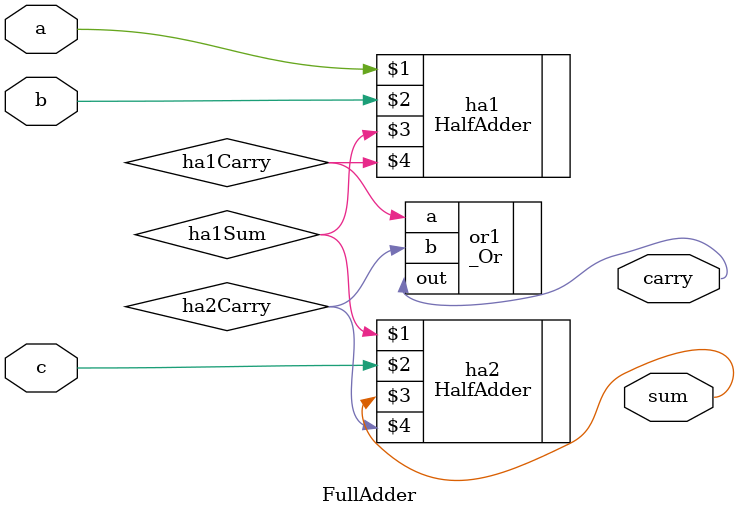
<source format=sv>
/**
 * # 全加算器
 *
 * ## author
 * dgkzoo
 */
`default_nettype none
module FullAdder(
	input wire a,		// 値１
	input wire b,		// 値２
	input wire c,		// 下位の桁上がり
	output wire sum,	// 加算結果
	output wire carry);	// 桁上がり
 
	wire ha1Sum;
	wire ha1Carry;
	wire ha2Carry;

	HalfAdder ha1(a, b, ha1Sum, ha1Carry);
	HalfAdder ha2(ha1Sum, c, sum, ha2Carry);

	_Or or1(.a(ha1Carry), .b(ha2Carry), .out(carry));
endmodule

</source>
